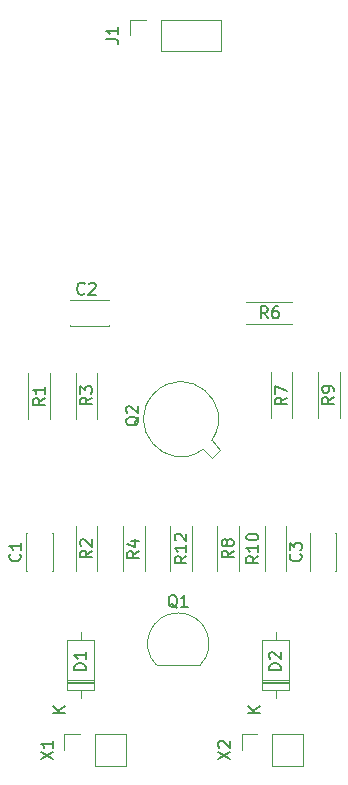
<source format=gbr>
%TF.GenerationSoftware,KiCad,Pcbnew,5.1.10*%
%TF.CreationDate,2021-05-16T12:50:15+02:00*%
%TF.ProjectId,piezo-jfet,7069657a-6f2d-46a6-9665-742e6b696361,rev?*%
%TF.SameCoordinates,Original*%
%TF.FileFunction,Legend,Top*%
%TF.FilePolarity,Positive*%
%FSLAX46Y46*%
G04 Gerber Fmt 4.6, Leading zero omitted, Abs format (unit mm)*
G04 Created by KiCad (PCBNEW 5.1.10) date 2021-05-16 12:50:15*
%MOMM*%
%LPD*%
G01*
G04 APERTURE LIST*
%ADD10C,0.120000*%
%ADD11C,0.150000*%
G04 APERTURE END LIST*
D10*
%TO.C,Q2*%
X72300000Y-84100000D02*
X71599999Y-83299999D01*
X71600000Y-84800000D02*
X72300000Y-84100000D01*
X70865796Y-84053194D02*
X71600000Y-84800000D01*
X70865796Y-84053193D02*
G75*
G02*
X71599999Y-83299999I-1865796J2553193D01*
G01*
%TO.C,C1*%
X58120000Y-91130000D02*
X58120000Y-94370000D01*
X55880000Y-91130000D02*
X55880000Y-94370000D01*
X58120000Y-91130000D02*
X58055000Y-91130000D01*
X55945000Y-91130000D02*
X55880000Y-91130000D01*
X58120000Y-94370000D02*
X58055000Y-94370000D01*
X55945000Y-94370000D02*
X55880000Y-94370000D01*
%TO.C,C2*%
X59630000Y-71445000D02*
X59630000Y-71380000D01*
X59630000Y-73620000D02*
X59630000Y-73555000D01*
X62870000Y-71445000D02*
X62870000Y-71380000D01*
X62870000Y-73620000D02*
X62870000Y-73555000D01*
X62870000Y-71380000D02*
X59630000Y-71380000D01*
X62870000Y-73620000D02*
X59630000Y-73620000D01*
%TO.C,C3*%
X82055000Y-91130000D02*
X82120000Y-91130000D01*
X79880000Y-91130000D02*
X79945000Y-91130000D01*
X82055000Y-94370000D02*
X82120000Y-94370000D01*
X79880000Y-94370000D02*
X79945000Y-94370000D01*
X82120000Y-94370000D02*
X82120000Y-91130000D01*
X79880000Y-94370000D02*
X79880000Y-91130000D01*
%TO.C,D1*%
X59380000Y-103830000D02*
X61620000Y-103830000D01*
X59380000Y-103590000D02*
X61620000Y-103590000D01*
X59380000Y-103710000D02*
X61620000Y-103710000D01*
X60500000Y-99540000D02*
X60500000Y-100190000D01*
X60500000Y-105080000D02*
X60500000Y-104430000D01*
X59380000Y-100190000D02*
X59380000Y-104430000D01*
X61620000Y-100190000D02*
X59380000Y-100190000D01*
X61620000Y-104430000D02*
X61620000Y-100190000D01*
X59380000Y-104430000D02*
X61620000Y-104430000D01*
%TO.C,D2*%
X75880000Y-104430000D02*
X78120000Y-104430000D01*
X78120000Y-104430000D02*
X78120000Y-100190000D01*
X78120000Y-100190000D02*
X75880000Y-100190000D01*
X75880000Y-100190000D02*
X75880000Y-104430000D01*
X77000000Y-105080000D02*
X77000000Y-104430000D01*
X77000000Y-99540000D02*
X77000000Y-100190000D01*
X75880000Y-103710000D02*
X78120000Y-103710000D01*
X75880000Y-103590000D02*
X78120000Y-103590000D01*
X75880000Y-103830000D02*
X78120000Y-103830000D01*
%TO.C,R1*%
X57920000Y-81460000D02*
X57920000Y-77620000D01*
X56080000Y-81460000D02*
X56080000Y-77620000D01*
%TO.C,R2*%
X60080000Y-94380000D02*
X60080000Y-90540000D01*
X61920000Y-94380000D02*
X61920000Y-90540000D01*
%TO.C,R3*%
X60080000Y-81460000D02*
X60080000Y-77620000D01*
X61920000Y-81460000D02*
X61920000Y-77620000D01*
%TO.C,R4*%
X64080000Y-94380000D02*
X64080000Y-90540000D01*
X65920000Y-94380000D02*
X65920000Y-90540000D01*
%TO.C,R6*%
X78380000Y-71580000D02*
X74540000Y-71580000D01*
X78380000Y-73420000D02*
X74540000Y-73420000D01*
%TO.C,R7*%
X78420000Y-81380000D02*
X78420000Y-77540000D01*
X76580000Y-81380000D02*
X76580000Y-77540000D01*
%TO.C,R8*%
X73920000Y-94380000D02*
X73920000Y-90540000D01*
X72080000Y-94380000D02*
X72080000Y-90540000D01*
%TO.C,R9*%
X80580000Y-81380000D02*
X80580000Y-77540000D01*
X82420000Y-81380000D02*
X82420000Y-77540000D01*
%TO.C,R10*%
X77920000Y-94380000D02*
X77920000Y-90540000D01*
X76080000Y-94380000D02*
X76080000Y-90540000D01*
%TO.C,X1*%
X61730000Y-110830000D02*
X61730000Y-108170000D01*
X61730000Y-110830000D02*
X64330000Y-110830000D01*
X64330000Y-110830000D02*
X64330000Y-108170000D01*
X61730000Y-108170000D02*
X64330000Y-108170000D01*
X59130000Y-108170000D02*
X60460000Y-108170000D01*
X59130000Y-109500000D02*
X59130000Y-108170000D01*
%TO.C,X2*%
X74130000Y-109500000D02*
X74130000Y-108170000D01*
X74130000Y-108170000D02*
X75460000Y-108170000D01*
X76730000Y-108170000D02*
X79330000Y-108170000D01*
X79330000Y-110830000D02*
X79330000Y-108170000D01*
X76730000Y-110830000D02*
X79330000Y-110830000D01*
X76730000Y-110830000D02*
X76730000Y-108170000D01*
%TO.C,J1*%
X64670000Y-49000000D02*
X64670000Y-47670000D01*
X64670000Y-47670000D02*
X66000000Y-47670000D01*
X67270000Y-47670000D02*
X72410000Y-47670000D01*
X72410000Y-50330000D02*
X72410000Y-47670000D01*
X67270000Y-50330000D02*
X72410000Y-50330000D01*
X67270000Y-50330000D02*
X67270000Y-47670000D01*
%TO.C,Q1*%
X66970000Y-102350000D02*
X70570000Y-102350000D01*
X66931522Y-102338478D02*
G75*
G02*
X68770000Y-97900000I1838478J1838478D01*
G01*
X70608478Y-102338478D02*
G75*
G03*
X68770000Y-97900000I-1838478J1838478D01*
G01*
%TO.C,R12*%
X68080000Y-94380000D02*
X68080000Y-90540000D01*
X69920000Y-94380000D02*
X69920000Y-90540000D01*
%TO.C,Q2*%
D11*
X65447619Y-81295238D02*
X65400000Y-81390476D01*
X65304761Y-81485714D01*
X65161904Y-81628571D01*
X65114285Y-81723809D01*
X65114285Y-81819047D01*
X65352380Y-81771428D02*
X65304761Y-81866666D01*
X65209523Y-81961904D01*
X65019047Y-82009523D01*
X64685714Y-82009523D01*
X64495238Y-81961904D01*
X64400000Y-81866666D01*
X64352380Y-81771428D01*
X64352380Y-81580952D01*
X64400000Y-81485714D01*
X64495238Y-81390476D01*
X64685714Y-81342857D01*
X65019047Y-81342857D01*
X65209523Y-81390476D01*
X65304761Y-81485714D01*
X65352380Y-81580952D01*
X65352380Y-81771428D01*
X64447619Y-80961904D02*
X64400000Y-80914285D01*
X64352380Y-80819047D01*
X64352380Y-80580952D01*
X64400000Y-80485714D01*
X64447619Y-80438095D01*
X64542857Y-80390476D01*
X64638095Y-80390476D01*
X64780952Y-80438095D01*
X65352380Y-81009523D01*
X65352380Y-80390476D01*
%TO.C,C1*%
X55357142Y-92916666D02*
X55404761Y-92964285D01*
X55452380Y-93107142D01*
X55452380Y-93202380D01*
X55404761Y-93345238D01*
X55309523Y-93440476D01*
X55214285Y-93488095D01*
X55023809Y-93535714D01*
X54880952Y-93535714D01*
X54690476Y-93488095D01*
X54595238Y-93440476D01*
X54500000Y-93345238D01*
X54452380Y-93202380D01*
X54452380Y-93107142D01*
X54500000Y-92964285D01*
X54547619Y-92916666D01*
X55452380Y-91964285D02*
X55452380Y-92535714D01*
X55452380Y-92250000D02*
X54452380Y-92250000D01*
X54595238Y-92345238D01*
X54690476Y-92440476D01*
X54738095Y-92535714D01*
%TO.C,C2*%
X60833333Y-70857142D02*
X60785714Y-70904761D01*
X60642857Y-70952380D01*
X60547619Y-70952380D01*
X60404761Y-70904761D01*
X60309523Y-70809523D01*
X60261904Y-70714285D01*
X60214285Y-70523809D01*
X60214285Y-70380952D01*
X60261904Y-70190476D01*
X60309523Y-70095238D01*
X60404761Y-70000000D01*
X60547619Y-69952380D01*
X60642857Y-69952380D01*
X60785714Y-70000000D01*
X60833333Y-70047619D01*
X61214285Y-70047619D02*
X61261904Y-70000000D01*
X61357142Y-69952380D01*
X61595238Y-69952380D01*
X61690476Y-70000000D01*
X61738095Y-70047619D01*
X61785714Y-70142857D01*
X61785714Y-70238095D01*
X61738095Y-70380952D01*
X61166666Y-70952380D01*
X61785714Y-70952380D01*
%TO.C,C3*%
X79107142Y-92916666D02*
X79154761Y-92964285D01*
X79202380Y-93107142D01*
X79202380Y-93202380D01*
X79154761Y-93345238D01*
X79059523Y-93440476D01*
X78964285Y-93488095D01*
X78773809Y-93535714D01*
X78630952Y-93535714D01*
X78440476Y-93488095D01*
X78345238Y-93440476D01*
X78250000Y-93345238D01*
X78202380Y-93202380D01*
X78202380Y-93107142D01*
X78250000Y-92964285D01*
X78297619Y-92916666D01*
X78202380Y-92583333D02*
X78202380Y-91964285D01*
X78583333Y-92297619D01*
X78583333Y-92154761D01*
X78630952Y-92059523D01*
X78678571Y-92011904D01*
X78773809Y-91964285D01*
X79011904Y-91964285D01*
X79107142Y-92011904D01*
X79154761Y-92059523D01*
X79202380Y-92154761D01*
X79202380Y-92440476D01*
X79154761Y-92535714D01*
X79107142Y-92583333D01*
%TO.C,D1*%
X60952380Y-102738095D02*
X59952380Y-102738095D01*
X59952380Y-102500000D01*
X60000000Y-102357142D01*
X60095238Y-102261904D01*
X60190476Y-102214285D01*
X60380952Y-102166666D01*
X60523809Y-102166666D01*
X60714285Y-102214285D01*
X60809523Y-102261904D01*
X60904761Y-102357142D01*
X60952380Y-102500000D01*
X60952380Y-102738095D01*
X60952380Y-101214285D02*
X60952380Y-101785714D01*
X60952380Y-101500000D02*
X59952380Y-101500000D01*
X60095238Y-101595238D01*
X60190476Y-101690476D01*
X60238095Y-101785714D01*
X59152380Y-106381904D02*
X58152380Y-106381904D01*
X59152380Y-105810476D02*
X58580952Y-106239047D01*
X58152380Y-105810476D02*
X58723809Y-106381904D01*
%TO.C,D2*%
X77452380Y-102738095D02*
X76452380Y-102738095D01*
X76452380Y-102500000D01*
X76500000Y-102357142D01*
X76595238Y-102261904D01*
X76690476Y-102214285D01*
X76880952Y-102166666D01*
X77023809Y-102166666D01*
X77214285Y-102214285D01*
X77309523Y-102261904D01*
X77404761Y-102357142D01*
X77452380Y-102500000D01*
X77452380Y-102738095D01*
X76547619Y-101785714D02*
X76500000Y-101738095D01*
X76452380Y-101642857D01*
X76452380Y-101404761D01*
X76500000Y-101309523D01*
X76547619Y-101261904D01*
X76642857Y-101214285D01*
X76738095Y-101214285D01*
X76880952Y-101261904D01*
X77452380Y-101833333D01*
X77452380Y-101214285D01*
X75652380Y-106381904D02*
X74652380Y-106381904D01*
X75652380Y-105810476D02*
X75080952Y-106239047D01*
X74652380Y-105810476D02*
X75223809Y-106381904D01*
%TO.C,R1*%
X57452380Y-79706666D02*
X56976190Y-80040000D01*
X57452380Y-80278095D02*
X56452380Y-80278095D01*
X56452380Y-79897142D01*
X56500000Y-79801904D01*
X56547619Y-79754285D01*
X56642857Y-79706666D01*
X56785714Y-79706666D01*
X56880952Y-79754285D01*
X56928571Y-79801904D01*
X56976190Y-79897142D01*
X56976190Y-80278095D01*
X57452380Y-78754285D02*
X57452380Y-79325714D01*
X57452380Y-79040000D02*
X56452380Y-79040000D01*
X56595238Y-79135238D01*
X56690476Y-79230476D01*
X56738095Y-79325714D01*
%TO.C,R2*%
X61452380Y-92626666D02*
X60976190Y-92960000D01*
X61452380Y-93198095D02*
X60452380Y-93198095D01*
X60452380Y-92817142D01*
X60500000Y-92721904D01*
X60547619Y-92674285D01*
X60642857Y-92626666D01*
X60785714Y-92626666D01*
X60880952Y-92674285D01*
X60928571Y-92721904D01*
X60976190Y-92817142D01*
X60976190Y-93198095D01*
X60547619Y-92245714D02*
X60500000Y-92198095D01*
X60452380Y-92102857D01*
X60452380Y-91864761D01*
X60500000Y-91769523D01*
X60547619Y-91721904D01*
X60642857Y-91674285D01*
X60738095Y-91674285D01*
X60880952Y-91721904D01*
X61452380Y-92293333D01*
X61452380Y-91674285D01*
%TO.C,R3*%
X61452380Y-79666666D02*
X60976190Y-80000000D01*
X61452380Y-80238095D02*
X60452380Y-80238095D01*
X60452380Y-79857142D01*
X60500000Y-79761904D01*
X60547619Y-79714285D01*
X60642857Y-79666666D01*
X60785714Y-79666666D01*
X60880952Y-79714285D01*
X60928571Y-79761904D01*
X60976190Y-79857142D01*
X60976190Y-80238095D01*
X60452380Y-79333333D02*
X60452380Y-78714285D01*
X60833333Y-79047619D01*
X60833333Y-78904761D01*
X60880952Y-78809523D01*
X60928571Y-78761904D01*
X61023809Y-78714285D01*
X61261904Y-78714285D01*
X61357142Y-78761904D01*
X61404761Y-78809523D01*
X61452380Y-78904761D01*
X61452380Y-79190476D01*
X61404761Y-79285714D01*
X61357142Y-79333333D01*
%TO.C,R4*%
X65452380Y-92666666D02*
X64976190Y-93000000D01*
X65452380Y-93238095D02*
X64452380Y-93238095D01*
X64452380Y-92857142D01*
X64500000Y-92761904D01*
X64547619Y-92714285D01*
X64642857Y-92666666D01*
X64785714Y-92666666D01*
X64880952Y-92714285D01*
X64928571Y-92761904D01*
X64976190Y-92857142D01*
X64976190Y-93238095D01*
X64785714Y-91809523D02*
X65452380Y-91809523D01*
X64404761Y-92047619D02*
X65119047Y-92285714D01*
X65119047Y-91666666D01*
%TO.C,R6*%
X76333333Y-72952380D02*
X76000000Y-72476190D01*
X75761904Y-72952380D02*
X75761904Y-71952380D01*
X76142857Y-71952380D01*
X76238095Y-72000000D01*
X76285714Y-72047619D01*
X76333333Y-72142857D01*
X76333333Y-72285714D01*
X76285714Y-72380952D01*
X76238095Y-72428571D01*
X76142857Y-72476190D01*
X75761904Y-72476190D01*
X77190476Y-71952380D02*
X77000000Y-71952380D01*
X76904761Y-72000000D01*
X76857142Y-72047619D01*
X76761904Y-72190476D01*
X76714285Y-72380952D01*
X76714285Y-72761904D01*
X76761904Y-72857142D01*
X76809523Y-72904761D01*
X76904761Y-72952380D01*
X77095238Y-72952380D01*
X77190476Y-72904761D01*
X77238095Y-72857142D01*
X77285714Y-72761904D01*
X77285714Y-72523809D01*
X77238095Y-72428571D01*
X77190476Y-72380952D01*
X77095238Y-72333333D01*
X76904761Y-72333333D01*
X76809523Y-72380952D01*
X76761904Y-72428571D01*
X76714285Y-72523809D01*
%TO.C,R7*%
X77952380Y-79666666D02*
X77476190Y-80000000D01*
X77952380Y-80238095D02*
X76952380Y-80238095D01*
X76952380Y-79857142D01*
X77000000Y-79761904D01*
X77047619Y-79714285D01*
X77142857Y-79666666D01*
X77285714Y-79666666D01*
X77380952Y-79714285D01*
X77428571Y-79761904D01*
X77476190Y-79857142D01*
X77476190Y-80238095D01*
X76952380Y-79333333D02*
X76952380Y-78666666D01*
X77952380Y-79095238D01*
%TO.C,R8*%
X73452380Y-92626666D02*
X72976190Y-92960000D01*
X73452380Y-93198095D02*
X72452380Y-93198095D01*
X72452380Y-92817142D01*
X72500000Y-92721904D01*
X72547619Y-92674285D01*
X72642857Y-92626666D01*
X72785714Y-92626666D01*
X72880952Y-92674285D01*
X72928571Y-92721904D01*
X72976190Y-92817142D01*
X72976190Y-93198095D01*
X72880952Y-92055238D02*
X72833333Y-92150476D01*
X72785714Y-92198095D01*
X72690476Y-92245714D01*
X72642857Y-92245714D01*
X72547619Y-92198095D01*
X72500000Y-92150476D01*
X72452380Y-92055238D01*
X72452380Y-91864761D01*
X72500000Y-91769523D01*
X72547619Y-91721904D01*
X72642857Y-91674285D01*
X72690476Y-91674285D01*
X72785714Y-91721904D01*
X72833333Y-91769523D01*
X72880952Y-91864761D01*
X72880952Y-92055238D01*
X72928571Y-92150476D01*
X72976190Y-92198095D01*
X73071428Y-92245714D01*
X73261904Y-92245714D01*
X73357142Y-92198095D01*
X73404761Y-92150476D01*
X73452380Y-92055238D01*
X73452380Y-91864761D01*
X73404761Y-91769523D01*
X73357142Y-91721904D01*
X73261904Y-91674285D01*
X73071428Y-91674285D01*
X72976190Y-91721904D01*
X72928571Y-91769523D01*
X72880952Y-91864761D01*
%TO.C,R9*%
X81952380Y-79626666D02*
X81476190Y-79960000D01*
X81952380Y-80198095D02*
X80952380Y-80198095D01*
X80952380Y-79817142D01*
X81000000Y-79721904D01*
X81047619Y-79674285D01*
X81142857Y-79626666D01*
X81285714Y-79626666D01*
X81380952Y-79674285D01*
X81428571Y-79721904D01*
X81476190Y-79817142D01*
X81476190Y-80198095D01*
X81952380Y-79150476D02*
X81952380Y-78960000D01*
X81904761Y-78864761D01*
X81857142Y-78817142D01*
X81714285Y-78721904D01*
X81523809Y-78674285D01*
X81142857Y-78674285D01*
X81047619Y-78721904D01*
X81000000Y-78769523D01*
X80952380Y-78864761D01*
X80952380Y-79055238D01*
X81000000Y-79150476D01*
X81047619Y-79198095D01*
X81142857Y-79245714D01*
X81380952Y-79245714D01*
X81476190Y-79198095D01*
X81523809Y-79150476D01*
X81571428Y-79055238D01*
X81571428Y-78864761D01*
X81523809Y-78769523D01*
X81476190Y-78721904D01*
X81380952Y-78674285D01*
%TO.C,R10*%
X75532380Y-93102857D02*
X75056190Y-93436190D01*
X75532380Y-93674285D02*
X74532380Y-93674285D01*
X74532380Y-93293333D01*
X74580000Y-93198095D01*
X74627619Y-93150476D01*
X74722857Y-93102857D01*
X74865714Y-93102857D01*
X74960952Y-93150476D01*
X75008571Y-93198095D01*
X75056190Y-93293333D01*
X75056190Y-93674285D01*
X75532380Y-92150476D02*
X75532380Y-92721904D01*
X75532380Y-92436190D02*
X74532380Y-92436190D01*
X74675238Y-92531428D01*
X74770476Y-92626666D01*
X74818095Y-92721904D01*
X74532380Y-91531428D02*
X74532380Y-91436190D01*
X74580000Y-91340952D01*
X74627619Y-91293333D01*
X74722857Y-91245714D01*
X74913333Y-91198095D01*
X75151428Y-91198095D01*
X75341904Y-91245714D01*
X75437142Y-91293333D01*
X75484761Y-91340952D01*
X75532380Y-91436190D01*
X75532380Y-91531428D01*
X75484761Y-91626666D01*
X75437142Y-91674285D01*
X75341904Y-91721904D01*
X75151428Y-91769523D01*
X74913333Y-91769523D01*
X74722857Y-91721904D01*
X74627619Y-91674285D01*
X74580000Y-91626666D01*
X74532380Y-91531428D01*
%TO.C,X1*%
X57142380Y-110309523D02*
X58142380Y-109642857D01*
X57142380Y-109642857D02*
X58142380Y-110309523D01*
X58142380Y-108738095D02*
X58142380Y-109309523D01*
X58142380Y-109023809D02*
X57142380Y-109023809D01*
X57285238Y-109119047D01*
X57380476Y-109214285D01*
X57428095Y-109309523D01*
%TO.C,X2*%
X72142380Y-110309523D02*
X73142380Y-109642857D01*
X72142380Y-109642857D02*
X73142380Y-110309523D01*
X72237619Y-109309523D02*
X72190000Y-109261904D01*
X72142380Y-109166666D01*
X72142380Y-108928571D01*
X72190000Y-108833333D01*
X72237619Y-108785714D01*
X72332857Y-108738095D01*
X72428095Y-108738095D01*
X72570952Y-108785714D01*
X73142380Y-109357142D01*
X73142380Y-108738095D01*
%TO.C,J1*%
X62682380Y-49333333D02*
X63396666Y-49333333D01*
X63539523Y-49380952D01*
X63634761Y-49476190D01*
X63682380Y-49619047D01*
X63682380Y-49714285D01*
X63682380Y-48333333D02*
X63682380Y-48904761D01*
X63682380Y-48619047D02*
X62682380Y-48619047D01*
X62825238Y-48714285D01*
X62920476Y-48809523D01*
X62968095Y-48904761D01*
%TO.C,Q1*%
X68674761Y-97487619D02*
X68579523Y-97440000D01*
X68484285Y-97344761D01*
X68341428Y-97201904D01*
X68246190Y-97154285D01*
X68150952Y-97154285D01*
X68198571Y-97392380D02*
X68103333Y-97344761D01*
X68008095Y-97249523D01*
X67960476Y-97059047D01*
X67960476Y-96725714D01*
X68008095Y-96535238D01*
X68103333Y-96440000D01*
X68198571Y-96392380D01*
X68389047Y-96392380D01*
X68484285Y-96440000D01*
X68579523Y-96535238D01*
X68627142Y-96725714D01*
X68627142Y-97059047D01*
X68579523Y-97249523D01*
X68484285Y-97344761D01*
X68389047Y-97392380D01*
X68198571Y-97392380D01*
X69579523Y-97392380D02*
X69008095Y-97392380D01*
X69293809Y-97392380D02*
X69293809Y-96392380D01*
X69198571Y-96535238D01*
X69103333Y-96630476D01*
X69008095Y-96678095D01*
%TO.C,R12*%
X69452380Y-93102857D02*
X68976190Y-93436190D01*
X69452380Y-93674285D02*
X68452380Y-93674285D01*
X68452380Y-93293333D01*
X68500000Y-93198095D01*
X68547619Y-93150476D01*
X68642857Y-93102857D01*
X68785714Y-93102857D01*
X68880952Y-93150476D01*
X68928571Y-93198095D01*
X68976190Y-93293333D01*
X68976190Y-93674285D01*
X69452380Y-92150476D02*
X69452380Y-92721904D01*
X69452380Y-92436190D02*
X68452380Y-92436190D01*
X68595238Y-92531428D01*
X68690476Y-92626666D01*
X68738095Y-92721904D01*
X68547619Y-91769523D02*
X68500000Y-91721904D01*
X68452380Y-91626666D01*
X68452380Y-91388571D01*
X68500000Y-91293333D01*
X68547619Y-91245714D01*
X68642857Y-91198095D01*
X68738095Y-91198095D01*
X68880952Y-91245714D01*
X69452380Y-91817142D01*
X69452380Y-91198095D01*
%TD*%
M02*

</source>
